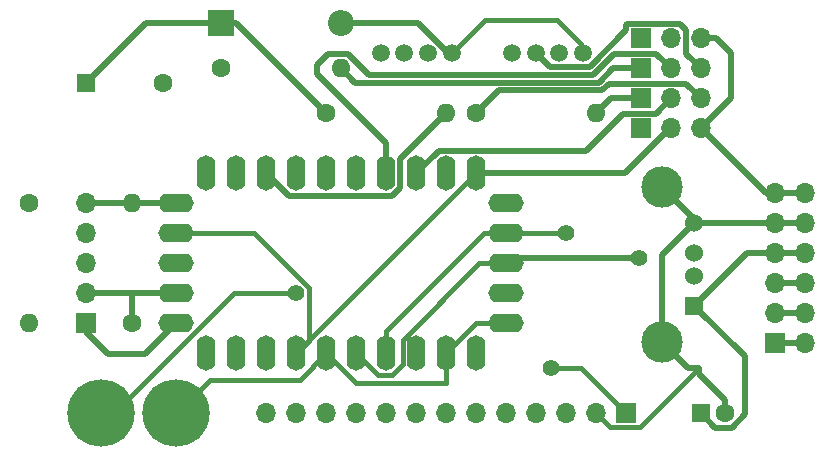
<source format=gbr>
G04 #@! TF.GenerationSoftware,KiCad,Pcbnew,5.1.9-73d0e3b20d~88~ubuntu20.04.1*
G04 #@! TF.CreationDate,2021-11-29T19:04:58+09:00*
G04 #@! TF.ProjectId,AKBONE2020LGT8F,414b424f-4e45-4323-9032-304c47543846,rev?*
G04 #@! TF.SameCoordinates,Original*
G04 #@! TF.FileFunction,Copper,L2,Bot*
G04 #@! TF.FilePolarity,Positive*
%FSLAX46Y46*%
G04 Gerber Fmt 4.6, Leading zero omitted, Abs format (unit mm)*
G04 Created by KiCad (PCBNEW 5.1.9-73d0e3b20d~88~ubuntu20.04.1) date 2021-11-29 19:04:58*
%MOMM*%
%LPD*%
G01*
G04 APERTURE LIST*
G04 #@! TA.AperFunction,ComponentPad*
%ADD10R,1.600000X1.600000*%
G04 #@! TD*
G04 #@! TA.AperFunction,ComponentPad*
%ADD11C,1.600000*%
G04 #@! TD*
G04 #@! TA.AperFunction,ComponentPad*
%ADD12R,2.200000X2.200000*%
G04 #@! TD*
G04 #@! TA.AperFunction,ComponentPad*
%ADD13O,2.200000X2.200000*%
G04 #@! TD*
G04 #@! TA.AperFunction,ComponentPad*
%ADD14R,1.700000X1.700000*%
G04 #@! TD*
G04 #@! TA.AperFunction,ComponentPad*
%ADD15O,1.700000X1.700000*%
G04 #@! TD*
G04 #@! TA.AperFunction,ComponentPad*
%ADD16C,3.500000*%
G04 #@! TD*
G04 #@! TA.AperFunction,ComponentPad*
%ADD17R,1.524000X1.524000*%
G04 #@! TD*
G04 #@! TA.AperFunction,ComponentPad*
%ADD18C,1.524000*%
G04 #@! TD*
G04 #@! TA.AperFunction,ComponentPad*
%ADD19C,1.500000*%
G04 #@! TD*
G04 #@! TA.AperFunction,ComponentPad*
%ADD20O,1.600000X3.000000*%
G04 #@! TD*
G04 #@! TA.AperFunction,ComponentPad*
%ADD21O,3.000000X1.600000*%
G04 #@! TD*
G04 #@! TA.AperFunction,ComponentPad*
%ADD22C,5.700000*%
G04 #@! TD*
G04 #@! TA.AperFunction,ComponentPad*
%ADD23O,1.600000X1.600000*%
G04 #@! TD*
G04 #@! TA.AperFunction,ViaPad*
%ADD24C,1.399540*%
G04 #@! TD*
G04 #@! TA.AperFunction,Conductor*
%ADD25C,0.381000*%
G04 #@! TD*
G04 #@! TA.AperFunction,Conductor*
%ADD26C,0.508000*%
G04 #@! TD*
G04 APERTURE END LIST*
D10*
X224790000Y-123190000D03*
D11*
X226790000Y-123190000D03*
D12*
X184150000Y-90170000D03*
D13*
X194310000Y-90170000D03*
D14*
X172720000Y-115570000D03*
D15*
X172720000Y-113030000D03*
X172720000Y-110490000D03*
X172720000Y-107950000D03*
X172720000Y-105410000D03*
D14*
X218440000Y-123190000D03*
D15*
X215900000Y-123190000D03*
X213360000Y-123190000D03*
X210820000Y-123190000D03*
X208280000Y-123190000D03*
X205740000Y-123190000D03*
X203200000Y-123190000D03*
X200660000Y-123190000D03*
X198120000Y-123190000D03*
X195580000Y-123190000D03*
X193040000Y-123190000D03*
X190500000Y-123190000D03*
X187960000Y-123190000D03*
D16*
X221500000Y-104000000D03*
X221500000Y-117140000D03*
D17*
X224210000Y-114070000D03*
D18*
X224210000Y-111570000D03*
X224210000Y-109570000D03*
X224210000Y-107070000D03*
D14*
X219710000Y-99060000D03*
D15*
X222250000Y-99060000D03*
X224790000Y-99060000D03*
X224790000Y-96520000D03*
X222250000Y-96520000D03*
D14*
X219710000Y-96520000D03*
D19*
X197660000Y-92710000D03*
X199660000Y-92710000D03*
X201660000Y-92710000D03*
X203660000Y-92710000D03*
D20*
X182880000Y-118110000D03*
X185420000Y-118110000D03*
X187960000Y-118110000D03*
X190500000Y-118110000D03*
X193040000Y-118110000D03*
X195580000Y-118110000D03*
X198120000Y-118110000D03*
X200660000Y-118110000D03*
X203200000Y-118110000D03*
X205740000Y-118110000D03*
D21*
X208280000Y-115570000D03*
X208280000Y-113030000D03*
X208280000Y-110490000D03*
X208280000Y-107950000D03*
X208280000Y-105410000D03*
D20*
X205740000Y-102870000D03*
X203200000Y-102870000D03*
X200660000Y-102870000D03*
X198120000Y-102870000D03*
X195580000Y-102870000D03*
X193040000Y-102870000D03*
X190500000Y-102870000D03*
X187960000Y-102870000D03*
X185420000Y-102870000D03*
X182880000Y-102870000D03*
D21*
X180340000Y-105410000D03*
X180340000Y-107950000D03*
X180340000Y-110490000D03*
X180340000Y-113030000D03*
X180340000Y-115570000D03*
D14*
X231000000Y-117200000D03*
D15*
X233540000Y-117200000D03*
X231000000Y-114660000D03*
X233540000Y-114660000D03*
X231000000Y-112120000D03*
X233540000Y-112120000D03*
X231000000Y-109580000D03*
X233540000Y-109580000D03*
X231000000Y-107040000D03*
X233540000Y-107040000D03*
X231000000Y-104500000D03*
X233540000Y-104500000D03*
D10*
X172720000Y-95250000D03*
D11*
X179220000Y-95250000D03*
D22*
X173990000Y-123190000D03*
X180340000Y-123190000D03*
D14*
X219710000Y-93980000D03*
D15*
X222250000Y-93980000D03*
X224790000Y-93980000D03*
X224790000Y-91440000D03*
X222250000Y-91440000D03*
D14*
X219710000Y-91440000D03*
D19*
X208788000Y-92710000D03*
X210788000Y-92710000D03*
X212788000Y-92710000D03*
X214788000Y-92710000D03*
D23*
X167900000Y-115560000D03*
D11*
X167900000Y-105400000D03*
X205740000Y-97790000D03*
D23*
X215900000Y-97790000D03*
X203200000Y-97790000D03*
D11*
X193040000Y-97790000D03*
X184150000Y-93980000D03*
D23*
X194310000Y-93980000D03*
D11*
X176600000Y-115560000D03*
D23*
X176600000Y-105400000D03*
D24*
X212090000Y-119380000D03*
X190500000Y-113030000D03*
X213360000Y-107950000D03*
X219500000Y-110000000D03*
D25*
X219562401Y-124380501D02*
X224620000Y-119322902D01*
X217090501Y-124380501D02*
X219562401Y-124380501D01*
X215900000Y-123190000D02*
X217090501Y-124380501D01*
X205740000Y-115570000D02*
X208280000Y-115570000D01*
X203200000Y-118110000D02*
X205740000Y-115570000D01*
X203200000Y-118110000D02*
X203200000Y-120650000D01*
X195580000Y-120650000D02*
X193040000Y-118110000D01*
X203200000Y-120650000D02*
X195580000Y-120650000D01*
X183189999Y-120340001D02*
X180340000Y-123190000D01*
X190809999Y-120340001D02*
X183189999Y-120340001D01*
X193040000Y-118110000D02*
X190809999Y-120340001D01*
X214630000Y-91916365D02*
X214630000Y-92710000D01*
X212583134Y-89869499D02*
X214630000Y-91916365D01*
X206500501Y-89869499D02*
X212583134Y-89869499D01*
X203660000Y-92710000D02*
X206500501Y-89869499D01*
D26*
X203367922Y-92710000D02*
X203660000Y-92710000D01*
X200827922Y-90170000D02*
X203367922Y-92710000D01*
X194310000Y-90170000D02*
X200827922Y-90170000D01*
X233540000Y-107040000D02*
X231000000Y-107040000D01*
X224240000Y-107040000D02*
X224210000Y-107070000D01*
X231000000Y-107040000D02*
X224240000Y-107040000D01*
X224210000Y-106710000D02*
X221500000Y-104000000D01*
X224210000Y-107070000D02*
X224210000Y-106710000D01*
X221500000Y-109780000D02*
X221500000Y-117140000D01*
X224210000Y-107070000D02*
X221500000Y-109780000D01*
X224620000Y-119888630D02*
X224620000Y-119322902D01*
X226790000Y-122058630D02*
X224620000Y-119888630D01*
X226790000Y-123190000D02*
X226790000Y-122058630D01*
X223682902Y-119322902D02*
X221500000Y-117140000D01*
X224620000Y-119322902D02*
X223682902Y-119322902D01*
X176590000Y-105410000D02*
X176600000Y-105400000D01*
X172720000Y-105410000D02*
X176590000Y-105410000D01*
X180330000Y-105400000D02*
X180340000Y-105410000D01*
X176600000Y-105400000D02*
X180330000Y-105400000D01*
X224790000Y-91440000D02*
X226060000Y-91440000D01*
X226060000Y-91440000D02*
X227330000Y-92710000D01*
X227330000Y-96520000D02*
X224790000Y-99060000D01*
X227330000Y-92710000D02*
X227330000Y-96520000D01*
X230230000Y-104500000D02*
X231000000Y-104500000D01*
X224790000Y-99060000D02*
X230230000Y-104500000D01*
X233540000Y-104500000D02*
X231000000Y-104500000D01*
X172720000Y-115570000D02*
X172720000Y-116320000D01*
X172720000Y-116320000D02*
X174600000Y-118200000D01*
X177710000Y-118200000D02*
X180340000Y-115570000D01*
X174600000Y-118200000D02*
X177710000Y-118200000D01*
X176600000Y-113100000D02*
X176670000Y-113030000D01*
X176600000Y-115560000D02*
X176600000Y-113100000D01*
X176670000Y-113030000D02*
X180340000Y-113030000D01*
X172720000Y-113030000D02*
X176670000Y-113030000D01*
X233540000Y-109580000D02*
X231000000Y-109580000D01*
X228700000Y-109580000D02*
X224210000Y-114070000D01*
X231000000Y-109580000D02*
X228700000Y-109580000D01*
X227367921Y-124394001D02*
X228500000Y-123261922D01*
X225994001Y-124394001D02*
X227367921Y-124394001D01*
X224790000Y-123190000D02*
X225994001Y-124394001D01*
X228500000Y-118360000D02*
X224210000Y-114070000D01*
X228500000Y-123261922D02*
X228500000Y-118360000D01*
X222250000Y-93980000D02*
X220995999Y-92725999D01*
X220995999Y-92725999D02*
X217407999Y-92725999D01*
X215611986Y-94522012D02*
X196630012Y-94522012D01*
X217407999Y-92725999D02*
X215611986Y-94522012D01*
X194883999Y-92775999D02*
X193228001Y-92775999D01*
X196630012Y-94522012D02*
X194883999Y-92775999D01*
X193228001Y-92775999D02*
X192278000Y-93726000D01*
X192278000Y-93726000D02*
X192278000Y-94488000D01*
X198120000Y-100330000D02*
X198120000Y-102870000D01*
X192278000Y-94488000D02*
X198120000Y-100330000D01*
D25*
X218440000Y-123190000D02*
X214630000Y-119380000D01*
X214630000Y-119380000D02*
X212090000Y-119380000D01*
X206921000Y-102870000D02*
X205740000Y-102870000D01*
X190500000Y-118110000D02*
X205740000Y-102870000D01*
X190500000Y-118110000D02*
X191540272Y-117069728D01*
X191540272Y-117069728D02*
X191540272Y-112530668D01*
X191540272Y-112530668D02*
X186959604Y-107950000D01*
X182221000Y-107950000D02*
X180340000Y-107950000D01*
X186959604Y-107950000D02*
X182221000Y-107950000D01*
D26*
X222137202Y-99060000D02*
X222250000Y-99060000D01*
X218327202Y-102870000D02*
X222137202Y-99060000D01*
X205740000Y-102870000D02*
X218327202Y-102870000D01*
X220964001Y-97805999D02*
X218170001Y-97805999D01*
X222250000Y-96520000D02*
X220964001Y-97805999D01*
X202564010Y-100965990D02*
X200660000Y-102870000D01*
X215010010Y-100965990D02*
X202564010Y-100965990D01*
X218170001Y-97805999D02*
X215010010Y-100965990D01*
D25*
X173990000Y-123190000D02*
X175032924Y-123190000D01*
X175032924Y-123190000D02*
X185192924Y-113030000D01*
X185192924Y-113030000D02*
X190500000Y-113030000D01*
D26*
X203200000Y-97790000D02*
X199324010Y-101665990D01*
X199324010Y-101665990D02*
X199324010Y-104068717D01*
X199324010Y-104068717D02*
X198618717Y-104774010D01*
X189864010Y-104774010D02*
X187960000Y-102870000D01*
X198618717Y-104774010D02*
X189864010Y-104774010D01*
X233540000Y-117200000D02*
X231000000Y-117200000D01*
D25*
X213360000Y-107950000D02*
X208280000Y-107950000D01*
X198120000Y-118110000D02*
X198120000Y-116229000D01*
X198120000Y-116229000D02*
X206399000Y-107950000D01*
X206399000Y-107950000D02*
X208280000Y-107950000D01*
D26*
X233540000Y-114660000D02*
X231000000Y-114660000D01*
D25*
X205967076Y-110490000D02*
X208280000Y-110490000D01*
X199519490Y-116937586D02*
X205967076Y-110490000D01*
X199519490Y-119023434D02*
X199519490Y-116937586D01*
X198592414Y-119950510D02*
X199519490Y-119023434D01*
X197420510Y-119950510D02*
X198592414Y-119950510D01*
X195580000Y-118110000D02*
X197420510Y-119950510D01*
D26*
X233540000Y-112120000D02*
X231000000Y-112120000D01*
X208770000Y-110000000D02*
X208280000Y-110490000D01*
X219500000Y-110000000D02*
X208770000Y-110000000D01*
X177800000Y-90170000D02*
X184150000Y-90170000D01*
X172720000Y-95250000D02*
X177800000Y-90170000D01*
X185420000Y-90170000D02*
X193040000Y-97790000D01*
X184150000Y-90170000D02*
X185420000Y-90170000D01*
X207691966Y-95838034D02*
X205740000Y-97790000D01*
X216983137Y-95265999D02*
X216411102Y-95838034D01*
X223535999Y-95265999D02*
X216983137Y-95265999D01*
X216411102Y-95838034D02*
X207691966Y-95838034D01*
X224790000Y-96520000D02*
X223535999Y-95265999D01*
X217170000Y-96520000D02*
X215900000Y-97790000D01*
X219710000Y-96520000D02*
X217170000Y-96520000D01*
X217338568Y-93980000D02*
X219710000Y-93980000D01*
X216138545Y-95180023D02*
X217338568Y-93980000D01*
X195510023Y-95180023D02*
X216138545Y-95180023D01*
X194310000Y-93980000D02*
X195510023Y-95180023D01*
X215373441Y-93829989D02*
X218455999Y-90747433D01*
X218536799Y-90185999D02*
X223027999Y-90185999D01*
X215085431Y-93864001D02*
X215119443Y-93829989D01*
X215119443Y-93829989D02*
X215373441Y-93829989D01*
X223027999Y-90185999D02*
X223535999Y-90693999D01*
X223535999Y-90693999D02*
X223535999Y-92725999D01*
X211942001Y-93864001D02*
X215085431Y-93864001D01*
X210788000Y-92710000D02*
X211942001Y-93864001D01*
X218455999Y-90747433D02*
X218455999Y-90266799D01*
X218455999Y-90266799D02*
X218536799Y-90185999D01*
X223535999Y-92725999D02*
X224790000Y-93980000D01*
M02*

</source>
